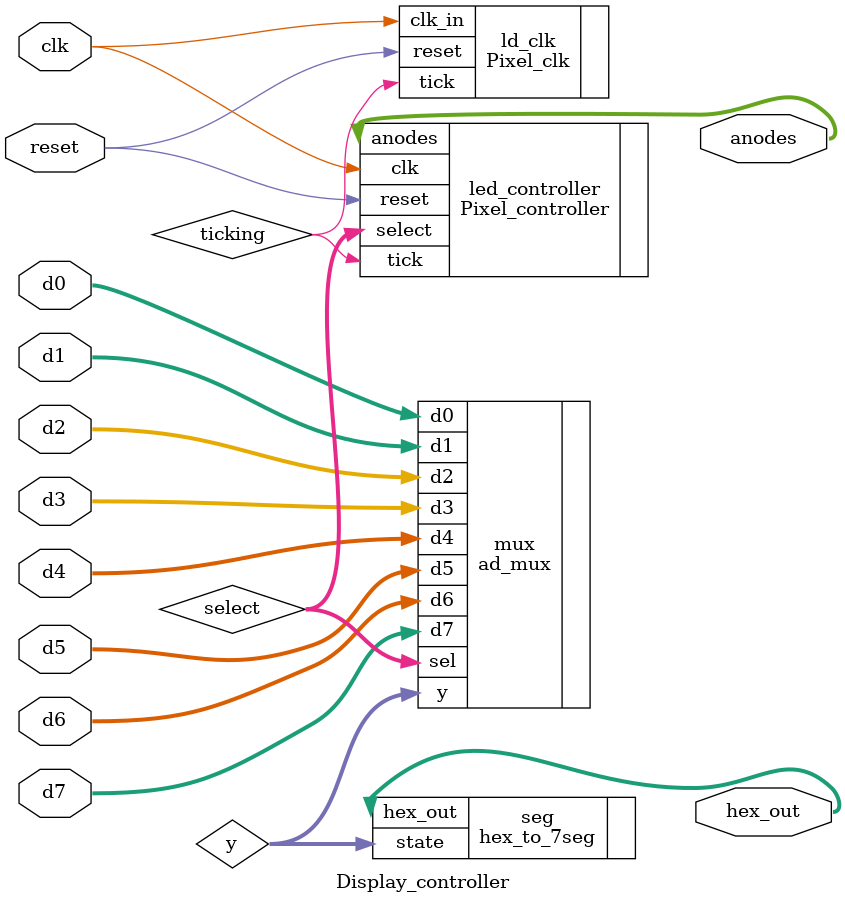
<source format=v>
`timescale 1ns / 1ps
module Display_controller(clk, reset, d0, d1, d2, d3, d4, d5, d6, d7, anodes, 
								 hex_out);
		
		// signal declarations
		input clk, reset;
		input  [3:0] d0, d1, d2, d3, d4, d5, d6, d7;

		output [6:0] hex_out; 
		output [7:0] anodes;
		wire   [3:0] y;// hex decoder

		wire		  ticking;
		wire [2:0] select;


		//pxl clk
		Pixel_clk	ld_clk(.clk_in(clk), .reset(reset),.tick(ticking));

		// pix controller
		Pixel_controller led_controller(.clk(clk), .reset(reset), .anodes(anodes), 
												  .select(select),.tick (ticking));

		// mux
		ad_mux     mux(.d0(d0), .d1(d1), .d2(d2), .d3(d3),.d4(d4), 
								.d5(d5), .d6(d6), .d7(d7), .sel(select),  .y(y));
		// 7 seg
		hex_to_7seg	seg(.state(y), .hex_out(hex_out));


endmodule

</source>
